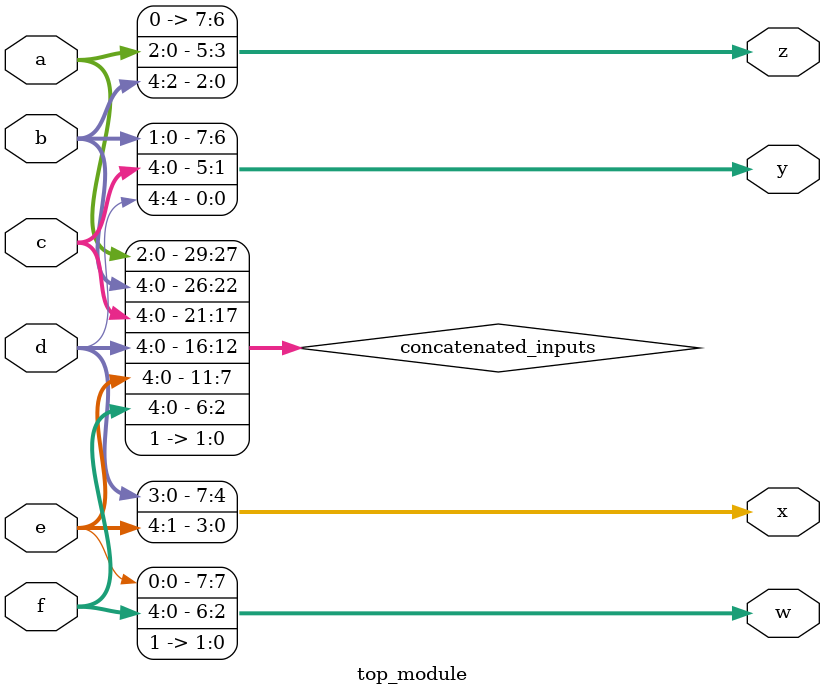
<source format=sv>
module top_module (
    input [4:0] a,
    input [4:0] b,
    input [4:0] c,
    input [4:0] d,
    input [4:0] e,
    input [4:0] f,
    output [7:0] w,
    output [7:0] x,
    output [7:0] y,
    output [7:0] z
);

wire [29:0] concatenated_inputs;

assign concatenated_inputs = {a, b, c, d, e, f, 2'b11};

assign w = concatenated_inputs[7:0];
assign x = concatenated_inputs[15:8];
assign y = concatenated_inputs[23:16];
assign z = {4'b0, concatenated_inputs[29:24]};

endmodule

</source>
